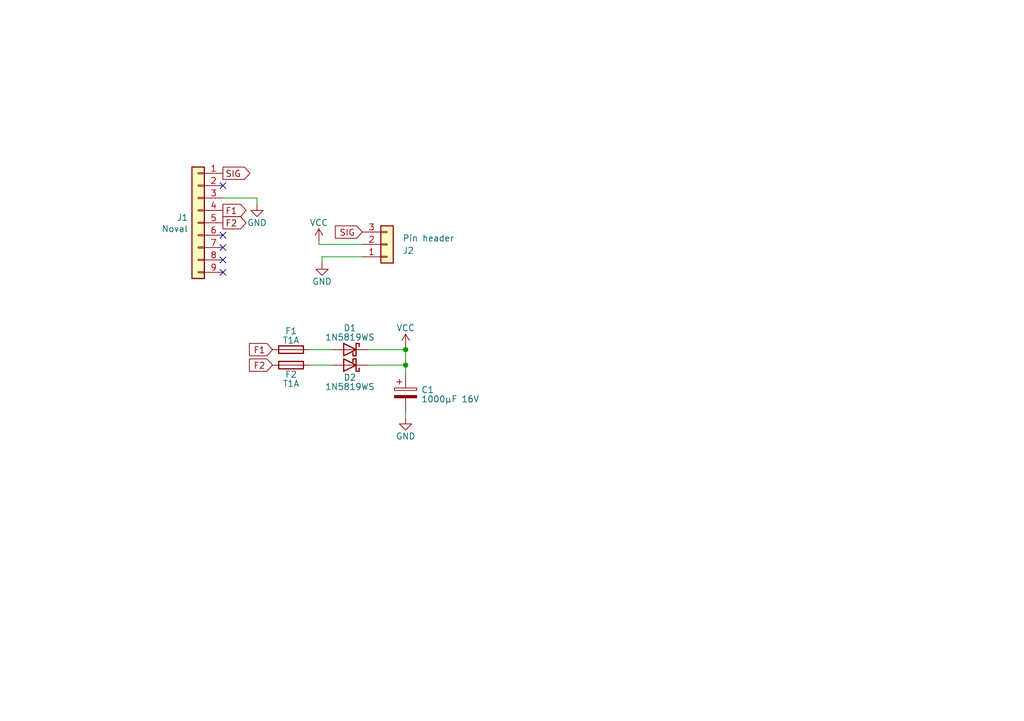
<source format=kicad_sch>
(kicad_sch (version 20230121) (generator eeschema)
  (paper "A5")
  (title_block (title "EM84_Base") (date "2023-12-10") (company "Retronics - Bjørner Sandom"))
  (lib_symbols
    (symbol "Connector_Generic:Conn_01x03" (pin_names (offset 1.016) hide)
      (property "Reference" "J" (at 0 5.08 0))
      (property "Value" "Conn_01x03" (at 0 -5.08 0))
      (symbol "Conn_01x03_1_1"
        (rectangle (start -1.27 -2.413) (end 0 -2.667) (stroke (width 0.1524)))
        (rectangle (start -1.27 0.127) (end 0 -0.127) (stroke (width 0.1524)))
        (rectangle (start -1.27 2.667) (end 0 2.413) (stroke (width 0.1524)))
        (rectangle (start -1.27 3.81) (end 1.27 -3.81) (stroke (width 0.254)) (fill (type background)))
        (pin passive line (at -5.08 2.54 0) (length 3.81) (name "Pin_1") (number "1"))
        (pin passive line (at -5.08 0 0) (length 3.81) (name "Pin_2") (number "2"))
        (pin passive line (at -5.08 -2.54 0) (length 3.81) (name "Pin_3") (number "3"))
      )
    )
    (symbol "Connector_Generic:Conn_01x09" (pin_names (offset 1.016) hide)
      (property "Reference" "J" (at 0 12.7 0))
      (property "Value" "Conn_01x09" (at 0 -12.7 0))
      (symbol "Conn_01x09_1_1"
        (rectangle (start -1.27 -10.033) (end 0 -10.287) (stroke (width 0.1524)))
        (rectangle (start -1.27 -7.493) (end 0 -7.747) (stroke (width 0.1524)))
        (rectangle (start -1.27 -4.953) (end 0 -5.207) (stroke (width 0.1524)))
        (rectangle (start -1.27 -2.413) (end 0 -2.667) (stroke (width 0.1524)))
        (rectangle (start -1.27 0.127) (end 0 -0.127) (stroke (width 0.1524)))
        (rectangle (start -1.27 2.667) (end 0 2.413) (stroke (width 0.1524)))
        (rectangle (start -1.27 5.207) (end 0 4.953) (stroke (width 0.1524)))
        (rectangle (start -1.27 7.747) (end 0 7.493) (stroke (width 0.1524)))
        (rectangle (start -1.27 10.287) (end 0 10.033) (stroke (width 0.1524)))
        (rectangle (start -1.27 11.43) (end 1.27 -11.43) (stroke (width 0.254)) (fill (type background)))
        (pin passive line (at -5.08 10.16 0) (length 3.81) (name "Pin_1") (number "1"))
        (pin passive line (at -5.08 7.62 0) (length 3.81) (name "Pin_2") (number "2"))
        (pin passive line (at -5.08 5.08 0) (length 3.81) (name "Pin_3") (number "3"))
        (pin passive line (at -5.08 2.54 0) (length 3.81) (name "Pin_4") (number "4"))
        (pin passive line (at -5.08 0 0) (length 3.81) (name "Pin_5") (number "5"))
        (pin passive line (at -5.08 -2.54 0) (length 3.81) (name "Pin_6") (number "6"))
        (pin passive line (at -5.08 -5.08 0) (length 3.81) (name "Pin_7") (number "7"))
        (pin passive line (at -5.08 -7.62 0) (length 3.81) (name "Pin_8") (number "8"))
        (pin passive line (at -5.08 -10.16 0) (length 3.81) (name "Pin_9") (number "9"))
      )
    )
    (symbol "Device:C_Polarized" (pin_numbers hide) (pin_names (offset 0.254))
      (property "Reference" "C" (at 0.635 2.54 0))
      (property "Value" "C_Polarized" (at 0.635 -2.54 0))
      (symbol "C_Polarized_0_1"
        (rectangle (start -2.286 0.508) (end 2.286 1.016))
        (polyline (pts (xy -1.778 2.286) (xy -0.762 2.286)))
        (polyline (pts (xy -1.27 2.794) (xy -1.27 1.778)))
        (rectangle (start 2.286 -0.508) (end -2.286 -1.016) (fill (type outline)))
      )
      (symbol "C_Polarized_1_1"
        (pin passive line (at 0 3.81 270) (length 2.794) (name "~") (number "1"))
        (pin passive line (at 0 -3.81 90) (length 2.794) (name "~") (number "2"))
      )
    )
    (symbol "Device:Fuse" (pin_numbers hide) (pin_names (offset 0))
      (property "Reference" "F" (at 2.032 0 90))
      (property "Value" "Fuse" (at -1.905 0 90))
      (symbol "Fuse_0_1"
        (rectangle (start -0.762 -2.54) (end 0.762 2.54) (stroke (width 0.254)))
        (polyline (pts (xy 0 2.54) (xy 0 -2.54)))
      )
      (symbol "Fuse_1_1"
        (pin passive line (at 0 3.81 270) (length 1.27) (name "~") (number "1"))
        (pin passive line (at 0 -3.81 90) (length 1.27) (name "~") (number "2"))
      )
    )
    (symbol "Diode:1N5819WS" (pin_numbers hide) (pin_names (offset 1.016) hide)
      (property "Reference" "D" (at 0 2.54 0))
      (property "Value" "1N5819WS" (at 0 -2.54 0))
      (symbol "1N5819WS_0_1"
        (polyline (pts (xy 1.27 0) (xy -1.27 0)))
        (polyline (pts (xy 1.27 1.27) (xy 1.27 -1.27) (xy -1.27 0) (xy 1.27 1.27)) (stroke (width 0.254)))
        (polyline (pts (xy -1.905 0.635) (xy -1.905 1.27) (xy -1.27 1.27) (xy -1.27 -1.27) (xy -0.635 -1.27) (xy -0.635 -0.635)) (stroke (width 0.254)))
      )
      (symbol "1N5819WS_1_1"
        (pin passive line (at -3.81 0 0) (length 2.54) (name "K") (number "1"))
        (pin passive line (at 3.81 0 180) (length 2.54) (name "A") (number "2"))
      )
    )
    (symbol "power:GND" (power) (pin_names (offset 0))
      (property "Value" "GND" (at 0 -3.81 0))
      (symbol "GND_0_1"
        (polyline (pts (xy 0 0) (xy 0 -1.27) (xy 1.27 -1.27) (xy 0 -2.54) (xy -1.27 -1.27) (xy 0 -1.27)))
      )
      (symbol "GND_1_1"
        (pin power_in line (at 0 0 270) (length 0) hide (name "GND") (number "1"))
      )
    )
    (symbol "power:VCC" (power) (pin_names (offset 0))
      (property "Value" "VCC" (at 0 3.81 0))
      (symbol "VCC_0_1"
        (polyline (pts (xy -0.762 1.27) (xy 0 2.54)))
        (polyline (pts (xy 0 0) (xy 0 2.54)))
        (polyline (pts (xy 0 2.54) (xy 0.762 1.27)))
      )
      (symbol "VCC_1_1"
        (pin power_in line (at 0 0 90) (length 0) hide (name "VCC") (number "1"))
      )
    )
  )
  (junction (at 83.185 74.93))
  (junction (at 83.185 71.755))
  (no_connect (at 45.72 53.34))
  (no_connect (at 45.72 38.1))
  (no_connect (at 45.72 50.8))
  (no_connect (at 45.72 48.26))
  (no_connect (at 45.72 55.88))
  (wire (pts (xy 75.565 74.93) (xy 83.185 74.93)))
  (wire (pts (xy 74.295 52.705) (xy 66.04 52.705)))
  (wire (pts (xy 83.185 71.755) (xy 83.185 74.93)))
  (wire (pts (xy 83.185 74.93) (xy 83.185 76.835)))
  (wire (pts (xy 66.04 52.705) (xy 66.04 53.975)))
  (wire (pts (xy 63.5 71.755) (xy 67.945 71.755)))
  (wire (pts (xy 83.185 71.12) (xy 83.185 71.755)))
  (wire (pts (xy 83.185 84.455) (xy 83.185 85.725)))
  (wire (pts (xy 52.705 40.64) (xy 45.72 40.64)))
  (wire (pts (xy 65.405 49.53) (xy 65.405 50.165)))
  (wire (pts (xy 75.565 71.755) (xy 83.185 71.755)))
  (wire (pts (xy 52.705 41.91) (xy 52.705 40.64)))
  (wire (pts (xy 65.405 50.165) (xy 74.295 50.165)))
  (wire (pts (xy 63.5 74.93) (xy 67.945 74.93)))
  (global_label "SIG" (shape output) (at 45.72 35.56 0) (property "Intersheetrefs" "${INTERSHEET_REFS}" (effects hide)))
  (global_label "F2" (shape input) (at 55.88 74.93 180) (property "Intersheetrefs" "${INTERSHEET_REFS}" (effects hide)))
  (global_label "SIG" (shape input) (at 74.295 47.625 180) (property "Intersheetrefs" "${INTERSHEET_REFS}" (effects hide)))
  (global_label "F1" (shape input) (at 55.88 71.755 180) (property "Intersheetrefs" "${INTERSHEET_REFS}" (effects hide)))
  (global_label "F2" (shape output) (at 45.72 45.72 0) (property "Intersheetrefs" "${INTERSHEET_REFS}" (effects hide)))
  (global_label "F1" (shape output) (at 45.72 43.18 0) (property "Intersheetrefs" "${INTERSHEET_REFS}" (effects hide)))
  (symbol (lib_id "Connector_Generic:Conn_01x09") (at 40.64 45.72 0) (mirror y) (unit 1)
    (property "Reference" "J1" (at 38.608 44.6532 0) (effects (justify left)))
    (property "Value" "Noval" (at 38.608 46.9646 0) (effects (justify left)))
    (property "Footprint" "Retronics_Connectors:EM84_Socket" (effects hide))
  )
  (symbol (lib_id "Device:Fuse") (at 59.69 74.93 90) (mirror x) (unit 1)
    (property "Reference" "F2" (at 59.69 76.835 90))
    (property "Value" "T1A" (at 59.69 78.74 90))
    (property "Footprint" "Retronics_Passives:Fuse_0805_2012Metric_Pad1.15x1.40mm_HandSolder" (effects hide))
  )
  (symbol (lib_id "Device:Fuse") (at 59.69 71.755 90) (unit 1)
    (property "Reference" "F1" (at 59.69 67.945 90))
    (property "Value" "T1A" (at 59.69 69.85 90))
    (property "Footprint" "Retronics_Passives:Fuse_0805_2012Metric_Pad1.15x1.40mm_HandSolder" (effects hide))
  )
  (symbol (lib_id "power:GND") (at 66.04 53.975 0) (mirror y) (unit 1)
    (property "Reference" "#PWR03" (effects hide))
    (property "Value" "GND" (at 66.04 57.785 0))
  )
  (symbol (lib_id "Device:C_Polarized") (at 83.185 80.645 0) (unit 1)
    (property "Reference" "C1" (at 86.36 80.01 0) (effects (justify left)))
    (property "Value" "1000µF 16V" (at 86.36 81.915 0) (effects (justify left)))
    (property "Footprint" "Retronics_Passives:CP_Radial_D8.0mm_P3.50mm_EM84" (effects hide))
  )
  (symbol (lib_id "Diode:1N5819WS") (at 71.755 74.93 180) (unit 1)
    (property "Reference" "D2" (at 71.755 77.47 0))
    (property "Value" "1N5819WS" (at 71.755 79.375 0))
    (property "Footprint" "Retronics_Discrete:D_SOD-323_HandSoldering" (effects hide))
    (property "Datasheet" "https://datasheet.lcsc.com/lcsc/2204281430_Guangdong-Hottech-1N5819WS_C191023.pdf" (effects hide))
  )
  (symbol (lib_id "power:GND") (at 52.705 41.91 0) (unit 1)
    (property "Reference" "#PWR01" (effects hide))
    (property "Value" "GND" (at 52.705 45.72 0))
  )
  (symbol (lib_id "power:VCC") (at 65.405 49.53 0) (unit 1)
    (property "Reference" "#PWR02" (effects hide))
    (property "Value" "VCC" (at 65.405 45.72 0))
  )
  (symbol (lib_id "power:GND") (at 83.185 85.725 0) (unit 1)
    (property "Reference" "#PWR05" (effects hide))
    (property "Value" "GND" (at 83.185 89.535 0))
  )
  (symbol (lib_id "Connector_Generic:Conn_01x03") (at 79.375 50.165 0) (mirror x) (unit 1)
    (property "Reference" "J2" (at 82.55 51.435 0) (effects (justify left)))
    (property "Value" "Pin header" (at 82.55 48.895 0) (effects (justify left)))
    (property "Footprint" "Retronics_Connectors:PinSocket_1x03_P2.54mm_Vertical_alt" (effects hide))
  )
  (symbol (lib_id "power:VCC") (at 83.185 71.12 0) (unit 1)
    (property "Reference" "#PWR04" (effects hide))
    (property "Value" "VCC" (at 83.185 67.31 0))
  )
  (symbol (lib_id "Diode:1N5819WS") (at 71.755 71.755 0) (mirror y) (unit 1)
    (property "Reference" "D1" (at 71.755 67.31 0))
    (property "Value" "1N5819WS" (at 71.755 69.215 0))
    (property "Footprint" "Retronics_Discrete:D_SOD-323_HandSoldering" (effects hide))
    (property "Datasheet" "https://datasheet.lcsc.com/lcsc/2204281430_Guangdong-Hottech-1N5819WS_C191023.pdf" (effects hide))
  )
)
</source>
